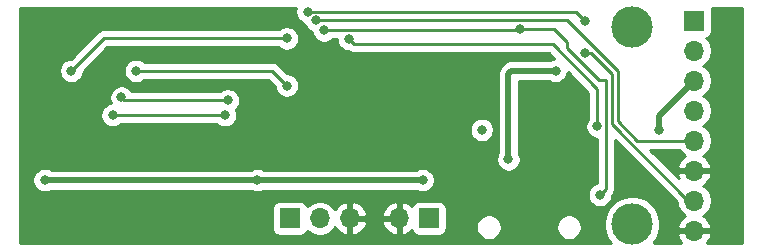
<source format=gbr>
%TF.GenerationSoftware,KiCad,Pcbnew,(5.1.6)-1*%
%TF.CreationDate,2021-08-02T23:36:40+08:00*%
%TF.ProjectId,wireless_measurement_ard,77697265-6c65-4737-935f-6d6561737572,rev?*%
%TF.SameCoordinates,Original*%
%TF.FileFunction,Copper,L2,Bot*%
%TF.FilePolarity,Positive*%
%FSLAX46Y46*%
G04 Gerber Fmt 4.6, Leading zero omitted, Abs format (unit mm)*
G04 Created by KiCad (PCBNEW (5.1.6)-1) date 2021-08-02 23:36:40*
%MOMM*%
%LPD*%
G01*
G04 APERTURE LIST*
%TA.AperFunction,ComponentPad*%
%ADD10O,1.700000X1.700000*%
%TD*%
%TA.AperFunction,ComponentPad*%
%ADD11R,1.700000X1.700000*%
%TD*%
%TA.AperFunction,ComponentPad*%
%ADD12C,3.500000*%
%TD*%
%TA.AperFunction,ViaPad*%
%ADD13C,0.800000*%
%TD*%
%TA.AperFunction,Conductor*%
%ADD14C,0.250000*%
%TD*%
%TA.AperFunction,Conductor*%
%ADD15C,0.500000*%
%TD*%
%TA.AperFunction,Conductor*%
%ADD16C,0.254000*%
%TD*%
G04 APERTURE END LIST*
D10*
%TO.P,EFM8_Prog1,3*%
%TO.N,GND*%
X146080000Y-93500000D03*
%TO.P,EFM8_Prog1,2*%
%TO.N,C2D*%
X143540000Y-93500000D03*
D11*
%TO.P,EFM8_Prog1,1*%
%TO.N,C2CK*%
X141000000Y-93500000D03*
%TD*%
D10*
%TO.P,J1,8*%
%TO.N,GND*%
X175250000Y-94530000D03*
%TO.P,J1,7*%
%TO.N,A3*%
X175250000Y-91990000D03*
%TO.P,J1,6*%
%TO.N,GND*%
X175250000Y-89450000D03*
%TO.P,J1,5*%
%TO.N,A2*%
X175250000Y-86910000D03*
%TO.P,J1,4*%
%TO.N,C2_OUT*%
X175250000Y-84370000D03*
%TO.P,J1,3*%
%TO.N,C2_IN*%
X175250000Y-81830000D03*
%TO.P,J1,2*%
%TO.N,C1_OUT*%
X175250000Y-79290000D03*
D11*
%TO.P,J1,1*%
%TO.N,C1_IN*%
X175250000Y-76750000D03*
%TD*%
D10*
%TO.P,Battery1,2*%
%TO.N,GND*%
X150250000Y-93500000D03*
D11*
%TO.P,Battery1,1*%
%TO.N,BATT*%
X152790000Y-93500000D03*
%TD*%
D12*
%TO.P,H1,1*%
%TO.N,Net-(H1-Pad1)*%
X170000000Y-94000000D03*
%TD*%
%TO.P,H2,1*%
%TO.N,Net-(H2-Pad1)*%
X170000000Y-77250000D03*
%TD*%
D13*
%TO.N,A2*%
X143237347Y-76737347D03*
%TO.N,GND*%
X156500000Y-85000000D03*
X141500000Y-84750000D03*
%TO.N,A3*%
X142500000Y-76000000D03*
X166000000Y-79500000D03*
X166000000Y-76750000D03*
%TO.N,+3V3*%
X120250000Y-90250000D03*
X152250000Y-90250000D03*
X138250000Y-90250000D03*
%TO.N,ARD_RX*%
X135750000Y-83500000D03*
X126750000Y-83250000D03*
%TO.N,A1*%
X143899462Y-77575232D03*
X160500000Y-77500000D03*
X167250000Y-91500000D03*
%TO.N,A0*%
X146000000Y-78300232D03*
X167050000Y-85700000D03*
%TO.N,PWRC*%
X122500000Y-81000000D03*
X140750000Y-78250000D03*
%TO.N,ARD_TX*%
X126000000Y-84750000D03*
X135500000Y-84750000D03*
%TO.N,VIN*%
X159500000Y-88500000D03*
X163500000Y-81000000D03*
%TO.N,C2_IN*%
X172250000Y-86000000D03*
%TO.N,Net-(L1-Pad2)*%
X157250000Y-86000000D03*
%TO.N,STATUS*%
X128000000Y-81000000D03*
X140750000Y-82250000D03*
%TD*%
D14*
%TO.N,A2*%
X164487347Y-76737347D02*
X143237347Y-76737347D01*
X175250000Y-86910000D02*
X170410000Y-86910000D01*
X168762653Y-81012653D02*
X164487347Y-76737347D01*
X168762653Y-85262653D02*
X168762653Y-81012653D01*
X170410000Y-86910000D02*
X168762653Y-85262653D01*
%TO.N,A3*%
X175250000Y-91990000D02*
X174740000Y-91990000D01*
X174740000Y-91990000D02*
X168250000Y-85500000D01*
X168250000Y-85500000D02*
X168250000Y-81250000D01*
X168250000Y-81250000D02*
X166500000Y-79500000D01*
X166500000Y-79500000D02*
X166000000Y-79500000D01*
X165250000Y-76000000D02*
X166000000Y-76750000D01*
X142500000Y-76000000D02*
X165250000Y-76000000D01*
D15*
%TO.N,+3V3*%
X120250000Y-90250000D02*
X138250000Y-90250000D01*
X138250000Y-90250000D02*
X152250000Y-90250000D01*
D14*
%TO.N,ARD_RX*%
X135750000Y-83500000D02*
X127000000Y-83500000D01*
X127000000Y-83500000D02*
X126750000Y-83250000D01*
%TO.N,A1*%
X160424768Y-77575232D02*
X160500000Y-77500000D01*
X143899462Y-77575232D02*
X160424768Y-77575232D01*
X167775001Y-90974999D02*
X167775001Y-81775001D01*
X167250000Y-91500000D02*
X167775001Y-90974999D01*
X167201999Y-81775001D02*
X164500000Y-79073002D01*
X167775001Y-81775001D02*
X167201999Y-81775001D01*
X164500000Y-79073002D02*
X164500000Y-78598332D01*
X163401668Y-77500000D02*
X160500000Y-77500000D01*
X164500000Y-78598332D02*
X163401668Y-77500000D01*
%TO.N,A0*%
X163250000Y-78750000D02*
X146449768Y-78750000D01*
X167050000Y-85700000D02*
X167050000Y-82550000D01*
X146449768Y-78750000D02*
X146000000Y-78300232D01*
X167050000Y-82550000D02*
X163250000Y-78750000D01*
%TO.N,PWRC*%
X122500000Y-81000000D02*
X125250000Y-78250000D01*
X125250000Y-78250000D02*
X140750000Y-78250000D01*
%TO.N,ARD_TX*%
X126000000Y-84750000D02*
X135500000Y-84750000D01*
D15*
%TO.N,VIN*%
X159500000Y-88500000D02*
X159500000Y-81250000D01*
X159500000Y-81250000D02*
X159750000Y-81000000D01*
X159750000Y-81000000D02*
X163500000Y-81000000D01*
%TO.N,C2_IN*%
X172250000Y-84830000D02*
X175250000Y-81830000D01*
X172250000Y-86000000D02*
X172250000Y-84830000D01*
D14*
%TO.N,STATUS*%
X128000000Y-81000000D02*
X139500000Y-81000000D01*
X139500000Y-81000000D02*
X140750000Y-82250000D01*
%TD*%
D16*
%TO.N,GND*%
G36*
X141465000Y-75898061D02*
G01*
X141465000Y-76101939D01*
X141504774Y-76301898D01*
X141582795Y-76490256D01*
X141696063Y-76659774D01*
X141840226Y-76803937D01*
X142009744Y-76917205D01*
X142198102Y-76995226D01*
X142234818Y-77002529D01*
X142242121Y-77039245D01*
X142320142Y-77227603D01*
X142433410Y-77397121D01*
X142577573Y-77541284D01*
X142747091Y-77654552D01*
X142870098Y-77705503D01*
X142904236Y-77877130D01*
X142982257Y-78065488D01*
X143095525Y-78235006D01*
X143239688Y-78379169D01*
X143409206Y-78492437D01*
X143597564Y-78570458D01*
X143797523Y-78610232D01*
X144001401Y-78610232D01*
X144201360Y-78570458D01*
X144389718Y-78492437D01*
X144559236Y-78379169D01*
X144603173Y-78335232D01*
X144965000Y-78335232D01*
X144965000Y-78402171D01*
X145004774Y-78602130D01*
X145082795Y-78790488D01*
X145196063Y-78960006D01*
X145340226Y-79104169D01*
X145509744Y-79217437D01*
X145698102Y-79295458D01*
X145898061Y-79335232D01*
X145964881Y-79335232D01*
X145979628Y-79347334D01*
X146025491Y-79384974D01*
X146121440Y-79436260D01*
X146157521Y-79455546D01*
X146300782Y-79499003D01*
X146412435Y-79510000D01*
X146412445Y-79510000D01*
X146449767Y-79513676D01*
X146487090Y-79510000D01*
X162935199Y-79510000D01*
X163391503Y-79966304D01*
X163198102Y-80004774D01*
X163009744Y-80082795D01*
X162961546Y-80115000D01*
X159793465Y-80115000D01*
X159749999Y-80110719D01*
X159706533Y-80115000D01*
X159706523Y-80115000D01*
X159576510Y-80127805D01*
X159409687Y-80178411D01*
X159255941Y-80260589D01*
X159121183Y-80371183D01*
X159093466Y-80404956D01*
X158904952Y-80593470D01*
X158871184Y-80621183D01*
X158843471Y-80654951D01*
X158843468Y-80654954D01*
X158760590Y-80755941D01*
X158678412Y-80909687D01*
X158627805Y-81076510D01*
X158610719Y-81250000D01*
X158615001Y-81293479D01*
X158615000Y-87961546D01*
X158582795Y-88009744D01*
X158504774Y-88198102D01*
X158465000Y-88398061D01*
X158465000Y-88601939D01*
X158504774Y-88801898D01*
X158582795Y-88990256D01*
X158696063Y-89159774D01*
X158840226Y-89303937D01*
X159009744Y-89417205D01*
X159198102Y-89495226D01*
X159398061Y-89535000D01*
X159601939Y-89535000D01*
X159801898Y-89495226D01*
X159990256Y-89417205D01*
X160159774Y-89303937D01*
X160303937Y-89159774D01*
X160417205Y-88990256D01*
X160495226Y-88801898D01*
X160535000Y-88601939D01*
X160535000Y-88398061D01*
X160495226Y-88198102D01*
X160417205Y-88009744D01*
X160385000Y-87961546D01*
X160385000Y-81885000D01*
X162961546Y-81885000D01*
X163009744Y-81917205D01*
X163198102Y-81995226D01*
X163398061Y-82035000D01*
X163601939Y-82035000D01*
X163801898Y-81995226D01*
X163990256Y-81917205D01*
X164159774Y-81803937D01*
X164303937Y-81659774D01*
X164417205Y-81490256D01*
X164495226Y-81301898D01*
X164533696Y-81108497D01*
X166290001Y-82864803D01*
X166290000Y-84996289D01*
X166246063Y-85040226D01*
X166132795Y-85209744D01*
X166054774Y-85398102D01*
X166015000Y-85598061D01*
X166015000Y-85801939D01*
X166054774Y-86001898D01*
X166132795Y-86190256D01*
X166246063Y-86359774D01*
X166390226Y-86503937D01*
X166559744Y-86617205D01*
X166748102Y-86695226D01*
X166948061Y-86735000D01*
X167015001Y-86735000D01*
X167015001Y-90491467D01*
X166948102Y-90504774D01*
X166759744Y-90582795D01*
X166590226Y-90696063D01*
X166446063Y-90840226D01*
X166332795Y-91009744D01*
X166254774Y-91198102D01*
X166215000Y-91398061D01*
X166215000Y-91601939D01*
X166254774Y-91801898D01*
X166332795Y-91990256D01*
X166446063Y-92159774D01*
X166590226Y-92303937D01*
X166759744Y-92417205D01*
X166948102Y-92495226D01*
X167148061Y-92535000D01*
X167351939Y-92535000D01*
X167551898Y-92495226D01*
X167740256Y-92417205D01*
X167909774Y-92303937D01*
X168053937Y-92159774D01*
X168167205Y-91990256D01*
X168245226Y-91801898D01*
X168285000Y-91601939D01*
X168285000Y-91539802D01*
X168286004Y-91538797D01*
X168315002Y-91515000D01*
X168409975Y-91399275D01*
X168480547Y-91267246D01*
X168524004Y-91123985D01*
X168535001Y-91012332D01*
X168535001Y-91012331D01*
X168538678Y-90974999D01*
X168535001Y-90937666D01*
X168535001Y-86859802D01*
X173765000Y-92089802D01*
X173765000Y-92136260D01*
X173822068Y-92423158D01*
X173934010Y-92693411D01*
X174096525Y-92936632D01*
X174303368Y-93143475D01*
X174485534Y-93265195D01*
X174368645Y-93334822D01*
X174152412Y-93529731D01*
X173978359Y-93763080D01*
X173853175Y-94025901D01*
X173808524Y-94173110D01*
X173929845Y-94403000D01*
X175123000Y-94403000D01*
X175123000Y-94383000D01*
X175377000Y-94383000D01*
X175377000Y-94403000D01*
X176570155Y-94403000D01*
X176691476Y-94173110D01*
X176646825Y-94025901D01*
X176521641Y-93763080D01*
X176347588Y-93529731D01*
X176131355Y-93334822D01*
X176014466Y-93265195D01*
X176196632Y-93143475D01*
X176403475Y-92936632D01*
X176565990Y-92693411D01*
X176677932Y-92423158D01*
X176735000Y-92136260D01*
X176735000Y-91843740D01*
X176677932Y-91556842D01*
X176565990Y-91286589D01*
X176403475Y-91043368D01*
X176196632Y-90836525D01*
X176014466Y-90714805D01*
X176131355Y-90645178D01*
X176347588Y-90450269D01*
X176521641Y-90216920D01*
X176646825Y-89954099D01*
X176691476Y-89806890D01*
X176570155Y-89577000D01*
X175377000Y-89577000D01*
X175377000Y-89597000D01*
X175123000Y-89597000D01*
X175123000Y-89577000D01*
X173929845Y-89577000D01*
X173808524Y-89806890D01*
X173853175Y-89954099D01*
X173920729Y-90095927D01*
X171494801Y-87670000D01*
X173971822Y-87670000D01*
X174096525Y-87856632D01*
X174303368Y-88063475D01*
X174485534Y-88185195D01*
X174368645Y-88254822D01*
X174152412Y-88449731D01*
X173978359Y-88683080D01*
X173853175Y-88945901D01*
X173808524Y-89093110D01*
X173929845Y-89323000D01*
X175123000Y-89323000D01*
X175123000Y-89303000D01*
X175377000Y-89303000D01*
X175377000Y-89323000D01*
X176570155Y-89323000D01*
X176691476Y-89093110D01*
X176646825Y-88945901D01*
X176521641Y-88683080D01*
X176347588Y-88449731D01*
X176131355Y-88254822D01*
X176014466Y-88185195D01*
X176196632Y-88063475D01*
X176403475Y-87856632D01*
X176565990Y-87613411D01*
X176677932Y-87343158D01*
X176735000Y-87056260D01*
X176735000Y-86763740D01*
X176677932Y-86476842D01*
X176565990Y-86206589D01*
X176403475Y-85963368D01*
X176196632Y-85756525D01*
X176022240Y-85640000D01*
X176196632Y-85523475D01*
X176403475Y-85316632D01*
X176565990Y-85073411D01*
X176677932Y-84803158D01*
X176735000Y-84516260D01*
X176735000Y-84223740D01*
X176677932Y-83936842D01*
X176565990Y-83666589D01*
X176403475Y-83423368D01*
X176196632Y-83216525D01*
X176022240Y-83100000D01*
X176196632Y-82983475D01*
X176403475Y-82776632D01*
X176565990Y-82533411D01*
X176677932Y-82263158D01*
X176735000Y-81976260D01*
X176735000Y-81683740D01*
X176677932Y-81396842D01*
X176565990Y-81126589D01*
X176403475Y-80883368D01*
X176196632Y-80676525D01*
X176022240Y-80560000D01*
X176196632Y-80443475D01*
X176403475Y-80236632D01*
X176565990Y-79993411D01*
X176677932Y-79723158D01*
X176735000Y-79436260D01*
X176735000Y-79143740D01*
X176677932Y-78856842D01*
X176565990Y-78586589D01*
X176403475Y-78343368D01*
X176271620Y-78211513D01*
X176344180Y-78189502D01*
X176454494Y-78130537D01*
X176551185Y-78051185D01*
X176630537Y-77954494D01*
X176689502Y-77844180D01*
X176725812Y-77724482D01*
X176738072Y-77600000D01*
X176738072Y-75900000D01*
X176725812Y-75775518D01*
X176705937Y-75710000D01*
X179290000Y-75710000D01*
X179290001Y-95540000D01*
X176336792Y-95540000D01*
X176347588Y-95530269D01*
X176521641Y-95296920D01*
X176646825Y-95034099D01*
X176691476Y-94886890D01*
X176570155Y-94657000D01*
X175377000Y-94657000D01*
X175377000Y-94677000D01*
X175123000Y-94677000D01*
X175123000Y-94657000D01*
X173929845Y-94657000D01*
X173808524Y-94886890D01*
X173853175Y-95034099D01*
X173978359Y-95296920D01*
X174152412Y-95530269D01*
X174163208Y-95540000D01*
X171832899Y-95540000D01*
X171852550Y-95520349D01*
X172113560Y-95129721D01*
X172293346Y-94695679D01*
X172385000Y-94234902D01*
X172385000Y-93765098D01*
X172293346Y-93304321D01*
X172113560Y-92870279D01*
X171852550Y-92479651D01*
X171520349Y-92147450D01*
X171129721Y-91886440D01*
X170695679Y-91706654D01*
X170234902Y-91615000D01*
X169765098Y-91615000D01*
X169304321Y-91706654D01*
X168870279Y-91886440D01*
X168479651Y-92147450D01*
X168147450Y-92479651D01*
X167886440Y-92870279D01*
X167706654Y-93304321D01*
X167615000Y-93765098D01*
X167615000Y-94234902D01*
X167706654Y-94695679D01*
X167886440Y-95129721D01*
X168147450Y-95520349D01*
X168167101Y-95540000D01*
X118127000Y-95540000D01*
X118127000Y-92650000D01*
X139511928Y-92650000D01*
X139511928Y-94350000D01*
X139524188Y-94474482D01*
X139560498Y-94594180D01*
X139619463Y-94704494D01*
X139698815Y-94801185D01*
X139795506Y-94880537D01*
X139905820Y-94939502D01*
X140025518Y-94975812D01*
X140150000Y-94988072D01*
X141850000Y-94988072D01*
X141974482Y-94975812D01*
X142094180Y-94939502D01*
X142204494Y-94880537D01*
X142301185Y-94801185D01*
X142380537Y-94704494D01*
X142439502Y-94594180D01*
X142461513Y-94521620D01*
X142593368Y-94653475D01*
X142836589Y-94815990D01*
X143106842Y-94927932D01*
X143393740Y-94985000D01*
X143686260Y-94985000D01*
X143973158Y-94927932D01*
X144243411Y-94815990D01*
X144486632Y-94653475D01*
X144693475Y-94446632D01*
X144815195Y-94264466D01*
X144884822Y-94381355D01*
X145079731Y-94597588D01*
X145313080Y-94771641D01*
X145575901Y-94896825D01*
X145723110Y-94941476D01*
X145953000Y-94820155D01*
X145953000Y-93627000D01*
X146207000Y-93627000D01*
X146207000Y-94820155D01*
X146436890Y-94941476D01*
X146584099Y-94896825D01*
X146846920Y-94771641D01*
X147080269Y-94597588D01*
X147275178Y-94381355D01*
X147424157Y-94131252D01*
X147521481Y-93856891D01*
X148808519Y-93856891D01*
X148905843Y-94131252D01*
X149054822Y-94381355D01*
X149249731Y-94597588D01*
X149483080Y-94771641D01*
X149745901Y-94896825D01*
X149893110Y-94941476D01*
X150123000Y-94820155D01*
X150123000Y-93627000D01*
X148929186Y-93627000D01*
X148808519Y-93856891D01*
X147521481Y-93856891D01*
X147400814Y-93627000D01*
X146207000Y-93627000D01*
X145953000Y-93627000D01*
X145933000Y-93627000D01*
X145933000Y-93373000D01*
X145953000Y-93373000D01*
X145953000Y-92179845D01*
X146207000Y-92179845D01*
X146207000Y-93373000D01*
X147400814Y-93373000D01*
X147521481Y-93143109D01*
X148808519Y-93143109D01*
X148929186Y-93373000D01*
X150123000Y-93373000D01*
X150123000Y-92179845D01*
X150377000Y-92179845D01*
X150377000Y-93373000D01*
X150397000Y-93373000D01*
X150397000Y-93627000D01*
X150377000Y-93627000D01*
X150377000Y-94820155D01*
X150606890Y-94941476D01*
X150754099Y-94896825D01*
X151016920Y-94771641D01*
X151250269Y-94597588D01*
X151326034Y-94513534D01*
X151350498Y-94594180D01*
X151409463Y-94704494D01*
X151488815Y-94801185D01*
X151585506Y-94880537D01*
X151695820Y-94939502D01*
X151815518Y-94975812D01*
X151940000Y-94988072D01*
X153640000Y-94988072D01*
X153764482Y-94975812D01*
X153884180Y-94939502D01*
X153994494Y-94880537D01*
X154091185Y-94801185D01*
X154170537Y-94704494D01*
X154229502Y-94594180D01*
X154265812Y-94474482D01*
X154278072Y-94350000D01*
X154278072Y-94143137D01*
X156765000Y-94143137D01*
X156765000Y-94356863D01*
X156806696Y-94566483D01*
X156888485Y-94763940D01*
X157007225Y-94941647D01*
X157158353Y-95092775D01*
X157336060Y-95211515D01*
X157533517Y-95293304D01*
X157743137Y-95335000D01*
X157956863Y-95335000D01*
X158166483Y-95293304D01*
X158363940Y-95211515D01*
X158541647Y-95092775D01*
X158692775Y-94941647D01*
X158811515Y-94763940D01*
X158893304Y-94566483D01*
X158935000Y-94356863D01*
X158935000Y-94143137D01*
X163565000Y-94143137D01*
X163565000Y-94356863D01*
X163606696Y-94566483D01*
X163688485Y-94763940D01*
X163807225Y-94941647D01*
X163958353Y-95092775D01*
X164136060Y-95211515D01*
X164333517Y-95293304D01*
X164543137Y-95335000D01*
X164756863Y-95335000D01*
X164966483Y-95293304D01*
X165163940Y-95211515D01*
X165341647Y-95092775D01*
X165492775Y-94941647D01*
X165611515Y-94763940D01*
X165693304Y-94566483D01*
X165735000Y-94356863D01*
X165735000Y-94143137D01*
X165693304Y-93933517D01*
X165611515Y-93736060D01*
X165492775Y-93558353D01*
X165341647Y-93407225D01*
X165163940Y-93288485D01*
X164966483Y-93206696D01*
X164756863Y-93165000D01*
X164543137Y-93165000D01*
X164333517Y-93206696D01*
X164136060Y-93288485D01*
X163958353Y-93407225D01*
X163807225Y-93558353D01*
X163688485Y-93736060D01*
X163606696Y-93933517D01*
X163565000Y-94143137D01*
X158935000Y-94143137D01*
X158893304Y-93933517D01*
X158811515Y-93736060D01*
X158692775Y-93558353D01*
X158541647Y-93407225D01*
X158363940Y-93288485D01*
X158166483Y-93206696D01*
X157956863Y-93165000D01*
X157743137Y-93165000D01*
X157533517Y-93206696D01*
X157336060Y-93288485D01*
X157158353Y-93407225D01*
X157007225Y-93558353D01*
X156888485Y-93736060D01*
X156806696Y-93933517D01*
X156765000Y-94143137D01*
X154278072Y-94143137D01*
X154278072Y-92650000D01*
X154265812Y-92525518D01*
X154229502Y-92405820D01*
X154170537Y-92295506D01*
X154091185Y-92198815D01*
X153994494Y-92119463D01*
X153884180Y-92060498D01*
X153764482Y-92024188D01*
X153640000Y-92011928D01*
X151940000Y-92011928D01*
X151815518Y-92024188D01*
X151695820Y-92060498D01*
X151585506Y-92119463D01*
X151488815Y-92198815D01*
X151409463Y-92295506D01*
X151350498Y-92405820D01*
X151326034Y-92486466D01*
X151250269Y-92402412D01*
X151016920Y-92228359D01*
X150754099Y-92103175D01*
X150606890Y-92058524D01*
X150377000Y-92179845D01*
X150123000Y-92179845D01*
X149893110Y-92058524D01*
X149745901Y-92103175D01*
X149483080Y-92228359D01*
X149249731Y-92402412D01*
X149054822Y-92618645D01*
X148905843Y-92868748D01*
X148808519Y-93143109D01*
X147521481Y-93143109D01*
X147424157Y-92868748D01*
X147275178Y-92618645D01*
X147080269Y-92402412D01*
X146846920Y-92228359D01*
X146584099Y-92103175D01*
X146436890Y-92058524D01*
X146207000Y-92179845D01*
X145953000Y-92179845D01*
X145723110Y-92058524D01*
X145575901Y-92103175D01*
X145313080Y-92228359D01*
X145079731Y-92402412D01*
X144884822Y-92618645D01*
X144815195Y-92735534D01*
X144693475Y-92553368D01*
X144486632Y-92346525D01*
X144243411Y-92184010D01*
X143973158Y-92072068D01*
X143686260Y-92015000D01*
X143393740Y-92015000D01*
X143106842Y-92072068D01*
X142836589Y-92184010D01*
X142593368Y-92346525D01*
X142461513Y-92478380D01*
X142439502Y-92405820D01*
X142380537Y-92295506D01*
X142301185Y-92198815D01*
X142204494Y-92119463D01*
X142094180Y-92060498D01*
X141974482Y-92024188D01*
X141850000Y-92011928D01*
X140150000Y-92011928D01*
X140025518Y-92024188D01*
X139905820Y-92060498D01*
X139795506Y-92119463D01*
X139698815Y-92198815D01*
X139619463Y-92295506D01*
X139560498Y-92405820D01*
X139524188Y-92525518D01*
X139511928Y-92650000D01*
X118127000Y-92650000D01*
X118127000Y-90148061D01*
X119215000Y-90148061D01*
X119215000Y-90351939D01*
X119254774Y-90551898D01*
X119332795Y-90740256D01*
X119446063Y-90909774D01*
X119590226Y-91053937D01*
X119759744Y-91167205D01*
X119948102Y-91245226D01*
X120148061Y-91285000D01*
X120351939Y-91285000D01*
X120551898Y-91245226D01*
X120740256Y-91167205D01*
X120788454Y-91135000D01*
X137711546Y-91135000D01*
X137759744Y-91167205D01*
X137948102Y-91245226D01*
X138148061Y-91285000D01*
X138351939Y-91285000D01*
X138551898Y-91245226D01*
X138740256Y-91167205D01*
X138788454Y-91135000D01*
X151711546Y-91135000D01*
X151759744Y-91167205D01*
X151948102Y-91245226D01*
X152148061Y-91285000D01*
X152351939Y-91285000D01*
X152551898Y-91245226D01*
X152740256Y-91167205D01*
X152909774Y-91053937D01*
X153053937Y-90909774D01*
X153167205Y-90740256D01*
X153245226Y-90551898D01*
X153285000Y-90351939D01*
X153285000Y-90148061D01*
X153245226Y-89948102D01*
X153167205Y-89759744D01*
X153053937Y-89590226D01*
X152909774Y-89446063D01*
X152740256Y-89332795D01*
X152551898Y-89254774D01*
X152351939Y-89215000D01*
X152148061Y-89215000D01*
X151948102Y-89254774D01*
X151759744Y-89332795D01*
X151711546Y-89365000D01*
X138788454Y-89365000D01*
X138740256Y-89332795D01*
X138551898Y-89254774D01*
X138351939Y-89215000D01*
X138148061Y-89215000D01*
X137948102Y-89254774D01*
X137759744Y-89332795D01*
X137711546Y-89365000D01*
X120788454Y-89365000D01*
X120740256Y-89332795D01*
X120551898Y-89254774D01*
X120351939Y-89215000D01*
X120148061Y-89215000D01*
X119948102Y-89254774D01*
X119759744Y-89332795D01*
X119590226Y-89446063D01*
X119446063Y-89590226D01*
X119332795Y-89759744D01*
X119254774Y-89948102D01*
X119215000Y-90148061D01*
X118127000Y-90148061D01*
X118127000Y-85898061D01*
X156215000Y-85898061D01*
X156215000Y-86101939D01*
X156254774Y-86301898D01*
X156332795Y-86490256D01*
X156446063Y-86659774D01*
X156590226Y-86803937D01*
X156759744Y-86917205D01*
X156948102Y-86995226D01*
X157148061Y-87035000D01*
X157351939Y-87035000D01*
X157551898Y-86995226D01*
X157740256Y-86917205D01*
X157909774Y-86803937D01*
X158053937Y-86659774D01*
X158167205Y-86490256D01*
X158245226Y-86301898D01*
X158285000Y-86101939D01*
X158285000Y-85898061D01*
X158245226Y-85698102D01*
X158167205Y-85509744D01*
X158053937Y-85340226D01*
X157909774Y-85196063D01*
X157740256Y-85082795D01*
X157551898Y-85004774D01*
X157351939Y-84965000D01*
X157148061Y-84965000D01*
X156948102Y-85004774D01*
X156759744Y-85082795D01*
X156590226Y-85196063D01*
X156446063Y-85340226D01*
X156332795Y-85509744D01*
X156254774Y-85698102D01*
X156215000Y-85898061D01*
X118127000Y-85898061D01*
X118127000Y-84648061D01*
X124965000Y-84648061D01*
X124965000Y-84851939D01*
X125004774Y-85051898D01*
X125082795Y-85240256D01*
X125196063Y-85409774D01*
X125340226Y-85553937D01*
X125509744Y-85667205D01*
X125698102Y-85745226D01*
X125898061Y-85785000D01*
X126101939Y-85785000D01*
X126301898Y-85745226D01*
X126490256Y-85667205D01*
X126659774Y-85553937D01*
X126703711Y-85510000D01*
X134796289Y-85510000D01*
X134840226Y-85553937D01*
X135009744Y-85667205D01*
X135198102Y-85745226D01*
X135398061Y-85785000D01*
X135601939Y-85785000D01*
X135801898Y-85745226D01*
X135990256Y-85667205D01*
X136159774Y-85553937D01*
X136303937Y-85409774D01*
X136417205Y-85240256D01*
X136495226Y-85051898D01*
X136535000Y-84851939D01*
X136535000Y-84648061D01*
X136495226Y-84448102D01*
X136427972Y-84285739D01*
X136553937Y-84159774D01*
X136667205Y-83990256D01*
X136745226Y-83801898D01*
X136785000Y-83601939D01*
X136785000Y-83398061D01*
X136745226Y-83198102D01*
X136667205Y-83009744D01*
X136553937Y-82840226D01*
X136409774Y-82696063D01*
X136240256Y-82582795D01*
X136051898Y-82504774D01*
X135851939Y-82465000D01*
X135648061Y-82465000D01*
X135448102Y-82504774D01*
X135259744Y-82582795D01*
X135090226Y-82696063D01*
X135046289Y-82740000D01*
X127654013Y-82740000D01*
X127553937Y-82590226D01*
X127409774Y-82446063D01*
X127240256Y-82332795D01*
X127051898Y-82254774D01*
X126851939Y-82215000D01*
X126648061Y-82215000D01*
X126448102Y-82254774D01*
X126259744Y-82332795D01*
X126090226Y-82446063D01*
X125946063Y-82590226D01*
X125832795Y-82759744D01*
X125754774Y-82948102D01*
X125715000Y-83148061D01*
X125715000Y-83351939D01*
X125754774Y-83551898D01*
X125828098Y-83728916D01*
X125698102Y-83754774D01*
X125509744Y-83832795D01*
X125340226Y-83946063D01*
X125196063Y-84090226D01*
X125082795Y-84259744D01*
X125004774Y-84448102D01*
X124965000Y-84648061D01*
X118127000Y-84648061D01*
X118127000Y-80898061D01*
X121465000Y-80898061D01*
X121465000Y-81101939D01*
X121504774Y-81301898D01*
X121582795Y-81490256D01*
X121696063Y-81659774D01*
X121840226Y-81803937D01*
X122009744Y-81917205D01*
X122198102Y-81995226D01*
X122398061Y-82035000D01*
X122601939Y-82035000D01*
X122801898Y-81995226D01*
X122990256Y-81917205D01*
X123159774Y-81803937D01*
X123303937Y-81659774D01*
X123417205Y-81490256D01*
X123495226Y-81301898D01*
X123535000Y-81101939D01*
X123535000Y-81039801D01*
X123676740Y-80898061D01*
X126965000Y-80898061D01*
X126965000Y-81101939D01*
X127004774Y-81301898D01*
X127082795Y-81490256D01*
X127196063Y-81659774D01*
X127340226Y-81803937D01*
X127509744Y-81917205D01*
X127698102Y-81995226D01*
X127898061Y-82035000D01*
X128101939Y-82035000D01*
X128301898Y-81995226D01*
X128490256Y-81917205D01*
X128659774Y-81803937D01*
X128703711Y-81760000D01*
X139185199Y-81760000D01*
X139715000Y-82289802D01*
X139715000Y-82351939D01*
X139754774Y-82551898D01*
X139832795Y-82740256D01*
X139946063Y-82909774D01*
X140090226Y-83053937D01*
X140259744Y-83167205D01*
X140448102Y-83245226D01*
X140648061Y-83285000D01*
X140851939Y-83285000D01*
X141051898Y-83245226D01*
X141240256Y-83167205D01*
X141409774Y-83053937D01*
X141553937Y-82909774D01*
X141667205Y-82740256D01*
X141745226Y-82551898D01*
X141785000Y-82351939D01*
X141785000Y-82148061D01*
X141745226Y-81948102D01*
X141667205Y-81759744D01*
X141553937Y-81590226D01*
X141409774Y-81446063D01*
X141240256Y-81332795D01*
X141051898Y-81254774D01*
X140851939Y-81215000D01*
X140789802Y-81215000D01*
X140063804Y-80489003D01*
X140040001Y-80459999D01*
X139924276Y-80365026D01*
X139792247Y-80294454D01*
X139648986Y-80250997D01*
X139537333Y-80240000D01*
X139537322Y-80240000D01*
X139500000Y-80236324D01*
X139462678Y-80240000D01*
X128703711Y-80240000D01*
X128659774Y-80196063D01*
X128490256Y-80082795D01*
X128301898Y-80004774D01*
X128101939Y-79965000D01*
X127898061Y-79965000D01*
X127698102Y-80004774D01*
X127509744Y-80082795D01*
X127340226Y-80196063D01*
X127196063Y-80340226D01*
X127082795Y-80509744D01*
X127004774Y-80698102D01*
X126965000Y-80898061D01*
X123676740Y-80898061D01*
X125564802Y-79010000D01*
X140046289Y-79010000D01*
X140090226Y-79053937D01*
X140259744Y-79167205D01*
X140448102Y-79245226D01*
X140648061Y-79285000D01*
X140851939Y-79285000D01*
X141051898Y-79245226D01*
X141240256Y-79167205D01*
X141409774Y-79053937D01*
X141553937Y-78909774D01*
X141667205Y-78740256D01*
X141745226Y-78551898D01*
X141785000Y-78351939D01*
X141785000Y-78148061D01*
X141745226Y-77948102D01*
X141667205Y-77759744D01*
X141553937Y-77590226D01*
X141409774Y-77446063D01*
X141240256Y-77332795D01*
X141051898Y-77254774D01*
X140851939Y-77215000D01*
X140648061Y-77215000D01*
X140448102Y-77254774D01*
X140259744Y-77332795D01*
X140090226Y-77446063D01*
X140046289Y-77490000D01*
X125287322Y-77490000D01*
X125249999Y-77486324D01*
X125212676Y-77490000D01*
X125212667Y-77490000D01*
X125101014Y-77500997D01*
X124957753Y-77544454D01*
X124825724Y-77615026D01*
X124709999Y-77709999D01*
X124686201Y-77738997D01*
X122460199Y-79965000D01*
X122398061Y-79965000D01*
X122198102Y-80004774D01*
X122009744Y-80082795D01*
X121840226Y-80196063D01*
X121696063Y-80340226D01*
X121582795Y-80509744D01*
X121504774Y-80698102D01*
X121465000Y-80898061D01*
X118127000Y-80898061D01*
X118127000Y-75710000D01*
X141502407Y-75710000D01*
X141465000Y-75898061D01*
G37*
X141465000Y-75898061D02*
X141465000Y-76101939D01*
X141504774Y-76301898D01*
X141582795Y-76490256D01*
X141696063Y-76659774D01*
X141840226Y-76803937D01*
X142009744Y-76917205D01*
X142198102Y-76995226D01*
X142234818Y-77002529D01*
X142242121Y-77039245D01*
X142320142Y-77227603D01*
X142433410Y-77397121D01*
X142577573Y-77541284D01*
X142747091Y-77654552D01*
X142870098Y-77705503D01*
X142904236Y-77877130D01*
X142982257Y-78065488D01*
X143095525Y-78235006D01*
X143239688Y-78379169D01*
X143409206Y-78492437D01*
X143597564Y-78570458D01*
X143797523Y-78610232D01*
X144001401Y-78610232D01*
X144201360Y-78570458D01*
X144389718Y-78492437D01*
X144559236Y-78379169D01*
X144603173Y-78335232D01*
X144965000Y-78335232D01*
X144965000Y-78402171D01*
X145004774Y-78602130D01*
X145082795Y-78790488D01*
X145196063Y-78960006D01*
X145340226Y-79104169D01*
X145509744Y-79217437D01*
X145698102Y-79295458D01*
X145898061Y-79335232D01*
X145964881Y-79335232D01*
X145979628Y-79347334D01*
X146025491Y-79384974D01*
X146121440Y-79436260D01*
X146157521Y-79455546D01*
X146300782Y-79499003D01*
X146412435Y-79510000D01*
X146412445Y-79510000D01*
X146449767Y-79513676D01*
X146487090Y-79510000D01*
X162935199Y-79510000D01*
X163391503Y-79966304D01*
X163198102Y-80004774D01*
X163009744Y-80082795D01*
X162961546Y-80115000D01*
X159793465Y-80115000D01*
X159749999Y-80110719D01*
X159706533Y-80115000D01*
X159706523Y-80115000D01*
X159576510Y-80127805D01*
X159409687Y-80178411D01*
X159255941Y-80260589D01*
X159121183Y-80371183D01*
X159093466Y-80404956D01*
X158904952Y-80593470D01*
X158871184Y-80621183D01*
X158843471Y-80654951D01*
X158843468Y-80654954D01*
X158760590Y-80755941D01*
X158678412Y-80909687D01*
X158627805Y-81076510D01*
X158610719Y-81250000D01*
X158615001Y-81293479D01*
X158615000Y-87961546D01*
X158582795Y-88009744D01*
X158504774Y-88198102D01*
X158465000Y-88398061D01*
X158465000Y-88601939D01*
X158504774Y-88801898D01*
X158582795Y-88990256D01*
X158696063Y-89159774D01*
X158840226Y-89303937D01*
X159009744Y-89417205D01*
X159198102Y-89495226D01*
X159398061Y-89535000D01*
X159601939Y-89535000D01*
X159801898Y-89495226D01*
X159990256Y-89417205D01*
X160159774Y-89303937D01*
X160303937Y-89159774D01*
X160417205Y-88990256D01*
X160495226Y-88801898D01*
X160535000Y-88601939D01*
X160535000Y-88398061D01*
X160495226Y-88198102D01*
X160417205Y-88009744D01*
X160385000Y-87961546D01*
X160385000Y-81885000D01*
X162961546Y-81885000D01*
X163009744Y-81917205D01*
X163198102Y-81995226D01*
X163398061Y-82035000D01*
X163601939Y-82035000D01*
X163801898Y-81995226D01*
X163990256Y-81917205D01*
X164159774Y-81803937D01*
X164303937Y-81659774D01*
X164417205Y-81490256D01*
X164495226Y-81301898D01*
X164533696Y-81108497D01*
X166290001Y-82864803D01*
X166290000Y-84996289D01*
X166246063Y-85040226D01*
X166132795Y-85209744D01*
X166054774Y-85398102D01*
X166015000Y-85598061D01*
X166015000Y-85801939D01*
X166054774Y-86001898D01*
X166132795Y-86190256D01*
X166246063Y-86359774D01*
X166390226Y-86503937D01*
X166559744Y-86617205D01*
X166748102Y-86695226D01*
X166948061Y-86735000D01*
X167015001Y-86735000D01*
X167015001Y-90491467D01*
X166948102Y-90504774D01*
X166759744Y-90582795D01*
X166590226Y-90696063D01*
X166446063Y-90840226D01*
X166332795Y-91009744D01*
X166254774Y-91198102D01*
X166215000Y-91398061D01*
X166215000Y-91601939D01*
X166254774Y-91801898D01*
X166332795Y-91990256D01*
X166446063Y-92159774D01*
X166590226Y-92303937D01*
X166759744Y-92417205D01*
X166948102Y-92495226D01*
X167148061Y-92535000D01*
X167351939Y-92535000D01*
X167551898Y-92495226D01*
X167740256Y-92417205D01*
X167909774Y-92303937D01*
X168053937Y-92159774D01*
X168167205Y-91990256D01*
X168245226Y-91801898D01*
X168285000Y-91601939D01*
X168285000Y-91539802D01*
X168286004Y-91538797D01*
X168315002Y-91515000D01*
X168409975Y-91399275D01*
X168480547Y-91267246D01*
X168524004Y-91123985D01*
X168535001Y-91012332D01*
X168535001Y-91012331D01*
X168538678Y-90974999D01*
X168535001Y-90937666D01*
X168535001Y-86859802D01*
X173765000Y-92089802D01*
X173765000Y-92136260D01*
X173822068Y-92423158D01*
X173934010Y-92693411D01*
X174096525Y-92936632D01*
X174303368Y-93143475D01*
X174485534Y-93265195D01*
X174368645Y-93334822D01*
X174152412Y-93529731D01*
X173978359Y-93763080D01*
X173853175Y-94025901D01*
X173808524Y-94173110D01*
X173929845Y-94403000D01*
X175123000Y-94403000D01*
X175123000Y-94383000D01*
X175377000Y-94383000D01*
X175377000Y-94403000D01*
X176570155Y-94403000D01*
X176691476Y-94173110D01*
X176646825Y-94025901D01*
X176521641Y-93763080D01*
X176347588Y-93529731D01*
X176131355Y-93334822D01*
X176014466Y-93265195D01*
X176196632Y-93143475D01*
X176403475Y-92936632D01*
X176565990Y-92693411D01*
X176677932Y-92423158D01*
X176735000Y-92136260D01*
X176735000Y-91843740D01*
X176677932Y-91556842D01*
X176565990Y-91286589D01*
X176403475Y-91043368D01*
X176196632Y-90836525D01*
X176014466Y-90714805D01*
X176131355Y-90645178D01*
X176347588Y-90450269D01*
X176521641Y-90216920D01*
X176646825Y-89954099D01*
X176691476Y-89806890D01*
X176570155Y-89577000D01*
X175377000Y-89577000D01*
X175377000Y-89597000D01*
X175123000Y-89597000D01*
X175123000Y-89577000D01*
X173929845Y-89577000D01*
X173808524Y-89806890D01*
X173853175Y-89954099D01*
X173920729Y-90095927D01*
X171494801Y-87670000D01*
X173971822Y-87670000D01*
X174096525Y-87856632D01*
X174303368Y-88063475D01*
X174485534Y-88185195D01*
X174368645Y-88254822D01*
X174152412Y-88449731D01*
X173978359Y-88683080D01*
X173853175Y-88945901D01*
X173808524Y-89093110D01*
X173929845Y-89323000D01*
X175123000Y-89323000D01*
X175123000Y-89303000D01*
X175377000Y-89303000D01*
X175377000Y-89323000D01*
X176570155Y-89323000D01*
X176691476Y-89093110D01*
X176646825Y-88945901D01*
X176521641Y-88683080D01*
X176347588Y-88449731D01*
X176131355Y-88254822D01*
X176014466Y-88185195D01*
X176196632Y-88063475D01*
X176403475Y-87856632D01*
X176565990Y-87613411D01*
X176677932Y-87343158D01*
X176735000Y-87056260D01*
X176735000Y-86763740D01*
X176677932Y-86476842D01*
X176565990Y-86206589D01*
X176403475Y-85963368D01*
X176196632Y-85756525D01*
X176022240Y-85640000D01*
X176196632Y-85523475D01*
X176403475Y-85316632D01*
X176565990Y-85073411D01*
X176677932Y-84803158D01*
X176735000Y-84516260D01*
X176735000Y-84223740D01*
X176677932Y-83936842D01*
X176565990Y-83666589D01*
X176403475Y-83423368D01*
X176196632Y-83216525D01*
X176022240Y-83100000D01*
X176196632Y-82983475D01*
X176403475Y-82776632D01*
X176565990Y-82533411D01*
X176677932Y-82263158D01*
X176735000Y-81976260D01*
X176735000Y-81683740D01*
X176677932Y-81396842D01*
X176565990Y-81126589D01*
X176403475Y-80883368D01*
X176196632Y-80676525D01*
X176022240Y-80560000D01*
X176196632Y-80443475D01*
X176403475Y-80236632D01*
X176565990Y-79993411D01*
X176677932Y-79723158D01*
X176735000Y-79436260D01*
X176735000Y-79143740D01*
X176677932Y-78856842D01*
X176565990Y-78586589D01*
X176403475Y-78343368D01*
X176271620Y-78211513D01*
X176344180Y-78189502D01*
X176454494Y-78130537D01*
X176551185Y-78051185D01*
X176630537Y-77954494D01*
X176689502Y-77844180D01*
X176725812Y-77724482D01*
X176738072Y-77600000D01*
X176738072Y-75900000D01*
X176725812Y-75775518D01*
X176705937Y-75710000D01*
X179290000Y-75710000D01*
X179290001Y-95540000D01*
X176336792Y-95540000D01*
X176347588Y-95530269D01*
X176521641Y-95296920D01*
X176646825Y-95034099D01*
X176691476Y-94886890D01*
X176570155Y-94657000D01*
X175377000Y-94657000D01*
X175377000Y-94677000D01*
X175123000Y-94677000D01*
X175123000Y-94657000D01*
X173929845Y-94657000D01*
X173808524Y-94886890D01*
X173853175Y-95034099D01*
X173978359Y-95296920D01*
X174152412Y-95530269D01*
X174163208Y-95540000D01*
X171832899Y-95540000D01*
X171852550Y-95520349D01*
X172113560Y-95129721D01*
X172293346Y-94695679D01*
X172385000Y-94234902D01*
X172385000Y-93765098D01*
X172293346Y-93304321D01*
X172113560Y-92870279D01*
X171852550Y-92479651D01*
X171520349Y-92147450D01*
X171129721Y-91886440D01*
X170695679Y-91706654D01*
X170234902Y-91615000D01*
X169765098Y-91615000D01*
X169304321Y-91706654D01*
X168870279Y-91886440D01*
X168479651Y-92147450D01*
X168147450Y-92479651D01*
X167886440Y-92870279D01*
X167706654Y-93304321D01*
X167615000Y-93765098D01*
X167615000Y-94234902D01*
X167706654Y-94695679D01*
X167886440Y-95129721D01*
X168147450Y-95520349D01*
X168167101Y-95540000D01*
X118127000Y-95540000D01*
X118127000Y-92650000D01*
X139511928Y-92650000D01*
X139511928Y-94350000D01*
X139524188Y-94474482D01*
X139560498Y-94594180D01*
X139619463Y-94704494D01*
X139698815Y-94801185D01*
X139795506Y-94880537D01*
X139905820Y-94939502D01*
X140025518Y-94975812D01*
X140150000Y-94988072D01*
X141850000Y-94988072D01*
X141974482Y-94975812D01*
X142094180Y-94939502D01*
X142204494Y-94880537D01*
X142301185Y-94801185D01*
X142380537Y-94704494D01*
X142439502Y-94594180D01*
X142461513Y-94521620D01*
X142593368Y-94653475D01*
X142836589Y-94815990D01*
X143106842Y-94927932D01*
X143393740Y-94985000D01*
X143686260Y-94985000D01*
X143973158Y-94927932D01*
X144243411Y-94815990D01*
X144486632Y-94653475D01*
X144693475Y-94446632D01*
X144815195Y-94264466D01*
X144884822Y-94381355D01*
X145079731Y-94597588D01*
X145313080Y-94771641D01*
X145575901Y-94896825D01*
X145723110Y-94941476D01*
X145953000Y-94820155D01*
X145953000Y-93627000D01*
X146207000Y-93627000D01*
X146207000Y-94820155D01*
X146436890Y-94941476D01*
X146584099Y-94896825D01*
X146846920Y-94771641D01*
X147080269Y-94597588D01*
X147275178Y-94381355D01*
X147424157Y-94131252D01*
X147521481Y-93856891D01*
X148808519Y-93856891D01*
X148905843Y-94131252D01*
X149054822Y-94381355D01*
X149249731Y-94597588D01*
X149483080Y-94771641D01*
X149745901Y-94896825D01*
X149893110Y-94941476D01*
X150123000Y-94820155D01*
X150123000Y-93627000D01*
X148929186Y-93627000D01*
X148808519Y-93856891D01*
X147521481Y-93856891D01*
X147400814Y-93627000D01*
X146207000Y-93627000D01*
X145953000Y-93627000D01*
X145933000Y-93627000D01*
X145933000Y-93373000D01*
X145953000Y-93373000D01*
X145953000Y-92179845D01*
X146207000Y-92179845D01*
X146207000Y-93373000D01*
X147400814Y-93373000D01*
X147521481Y-93143109D01*
X148808519Y-93143109D01*
X148929186Y-93373000D01*
X150123000Y-93373000D01*
X150123000Y-92179845D01*
X150377000Y-92179845D01*
X150377000Y-93373000D01*
X150397000Y-93373000D01*
X150397000Y-93627000D01*
X150377000Y-93627000D01*
X150377000Y-94820155D01*
X150606890Y-94941476D01*
X150754099Y-94896825D01*
X151016920Y-94771641D01*
X151250269Y-94597588D01*
X151326034Y-94513534D01*
X151350498Y-94594180D01*
X151409463Y-94704494D01*
X151488815Y-94801185D01*
X151585506Y-94880537D01*
X151695820Y-94939502D01*
X151815518Y-94975812D01*
X151940000Y-94988072D01*
X153640000Y-94988072D01*
X153764482Y-94975812D01*
X153884180Y-94939502D01*
X153994494Y-94880537D01*
X154091185Y-94801185D01*
X154170537Y-94704494D01*
X154229502Y-94594180D01*
X154265812Y-94474482D01*
X154278072Y-94350000D01*
X154278072Y-94143137D01*
X156765000Y-94143137D01*
X156765000Y-94356863D01*
X156806696Y-94566483D01*
X156888485Y-94763940D01*
X157007225Y-94941647D01*
X157158353Y-95092775D01*
X157336060Y-95211515D01*
X157533517Y-95293304D01*
X157743137Y-95335000D01*
X157956863Y-95335000D01*
X158166483Y-95293304D01*
X158363940Y-95211515D01*
X158541647Y-95092775D01*
X158692775Y-94941647D01*
X158811515Y-94763940D01*
X158893304Y-94566483D01*
X158935000Y-94356863D01*
X158935000Y-94143137D01*
X163565000Y-94143137D01*
X163565000Y-94356863D01*
X163606696Y-94566483D01*
X163688485Y-94763940D01*
X163807225Y-94941647D01*
X163958353Y-95092775D01*
X164136060Y-95211515D01*
X164333517Y-95293304D01*
X164543137Y-95335000D01*
X164756863Y-95335000D01*
X164966483Y-95293304D01*
X165163940Y-95211515D01*
X165341647Y-95092775D01*
X165492775Y-94941647D01*
X165611515Y-94763940D01*
X165693304Y-94566483D01*
X165735000Y-94356863D01*
X165735000Y-94143137D01*
X165693304Y-93933517D01*
X165611515Y-93736060D01*
X165492775Y-93558353D01*
X165341647Y-93407225D01*
X165163940Y-93288485D01*
X164966483Y-93206696D01*
X164756863Y-93165000D01*
X164543137Y-93165000D01*
X164333517Y-93206696D01*
X164136060Y-93288485D01*
X163958353Y-93407225D01*
X163807225Y-93558353D01*
X163688485Y-93736060D01*
X163606696Y-93933517D01*
X163565000Y-94143137D01*
X158935000Y-94143137D01*
X158893304Y-93933517D01*
X158811515Y-93736060D01*
X158692775Y-93558353D01*
X158541647Y-93407225D01*
X158363940Y-93288485D01*
X158166483Y-93206696D01*
X157956863Y-93165000D01*
X157743137Y-93165000D01*
X157533517Y-93206696D01*
X157336060Y-93288485D01*
X157158353Y-93407225D01*
X157007225Y-93558353D01*
X156888485Y-93736060D01*
X156806696Y-93933517D01*
X156765000Y-94143137D01*
X154278072Y-94143137D01*
X154278072Y-92650000D01*
X154265812Y-92525518D01*
X154229502Y-92405820D01*
X154170537Y-92295506D01*
X154091185Y-92198815D01*
X153994494Y-92119463D01*
X153884180Y-92060498D01*
X153764482Y-92024188D01*
X153640000Y-92011928D01*
X151940000Y-92011928D01*
X151815518Y-92024188D01*
X151695820Y-92060498D01*
X151585506Y-92119463D01*
X151488815Y-92198815D01*
X151409463Y-92295506D01*
X151350498Y-92405820D01*
X151326034Y-92486466D01*
X151250269Y-92402412D01*
X151016920Y-92228359D01*
X150754099Y-92103175D01*
X150606890Y-92058524D01*
X150377000Y-92179845D01*
X150123000Y-92179845D01*
X149893110Y-92058524D01*
X149745901Y-92103175D01*
X149483080Y-92228359D01*
X149249731Y-92402412D01*
X149054822Y-92618645D01*
X148905843Y-92868748D01*
X148808519Y-93143109D01*
X147521481Y-93143109D01*
X147424157Y-92868748D01*
X147275178Y-92618645D01*
X147080269Y-92402412D01*
X146846920Y-92228359D01*
X146584099Y-92103175D01*
X146436890Y-92058524D01*
X146207000Y-92179845D01*
X145953000Y-92179845D01*
X145723110Y-92058524D01*
X145575901Y-92103175D01*
X145313080Y-92228359D01*
X145079731Y-92402412D01*
X144884822Y-92618645D01*
X144815195Y-92735534D01*
X144693475Y-92553368D01*
X144486632Y-92346525D01*
X144243411Y-92184010D01*
X143973158Y-92072068D01*
X143686260Y-92015000D01*
X143393740Y-92015000D01*
X143106842Y-92072068D01*
X142836589Y-92184010D01*
X142593368Y-92346525D01*
X142461513Y-92478380D01*
X142439502Y-92405820D01*
X142380537Y-92295506D01*
X142301185Y-92198815D01*
X142204494Y-92119463D01*
X142094180Y-92060498D01*
X141974482Y-92024188D01*
X141850000Y-92011928D01*
X140150000Y-92011928D01*
X140025518Y-92024188D01*
X139905820Y-92060498D01*
X139795506Y-92119463D01*
X139698815Y-92198815D01*
X139619463Y-92295506D01*
X139560498Y-92405820D01*
X139524188Y-92525518D01*
X139511928Y-92650000D01*
X118127000Y-92650000D01*
X118127000Y-90148061D01*
X119215000Y-90148061D01*
X119215000Y-90351939D01*
X119254774Y-90551898D01*
X119332795Y-90740256D01*
X119446063Y-90909774D01*
X119590226Y-91053937D01*
X119759744Y-91167205D01*
X119948102Y-91245226D01*
X120148061Y-91285000D01*
X120351939Y-91285000D01*
X120551898Y-91245226D01*
X120740256Y-91167205D01*
X120788454Y-91135000D01*
X137711546Y-91135000D01*
X137759744Y-91167205D01*
X137948102Y-91245226D01*
X138148061Y-91285000D01*
X138351939Y-91285000D01*
X138551898Y-91245226D01*
X138740256Y-91167205D01*
X138788454Y-91135000D01*
X151711546Y-91135000D01*
X151759744Y-91167205D01*
X151948102Y-91245226D01*
X152148061Y-91285000D01*
X152351939Y-91285000D01*
X152551898Y-91245226D01*
X152740256Y-91167205D01*
X152909774Y-91053937D01*
X153053937Y-90909774D01*
X153167205Y-90740256D01*
X153245226Y-90551898D01*
X153285000Y-90351939D01*
X153285000Y-90148061D01*
X153245226Y-89948102D01*
X153167205Y-89759744D01*
X153053937Y-89590226D01*
X152909774Y-89446063D01*
X152740256Y-89332795D01*
X152551898Y-89254774D01*
X152351939Y-89215000D01*
X152148061Y-89215000D01*
X151948102Y-89254774D01*
X151759744Y-89332795D01*
X151711546Y-89365000D01*
X138788454Y-89365000D01*
X138740256Y-89332795D01*
X138551898Y-89254774D01*
X138351939Y-89215000D01*
X138148061Y-89215000D01*
X137948102Y-89254774D01*
X137759744Y-89332795D01*
X137711546Y-89365000D01*
X120788454Y-89365000D01*
X120740256Y-89332795D01*
X120551898Y-89254774D01*
X120351939Y-89215000D01*
X120148061Y-89215000D01*
X119948102Y-89254774D01*
X119759744Y-89332795D01*
X119590226Y-89446063D01*
X119446063Y-89590226D01*
X119332795Y-89759744D01*
X119254774Y-89948102D01*
X119215000Y-90148061D01*
X118127000Y-90148061D01*
X118127000Y-85898061D01*
X156215000Y-85898061D01*
X156215000Y-86101939D01*
X156254774Y-86301898D01*
X156332795Y-86490256D01*
X156446063Y-86659774D01*
X156590226Y-86803937D01*
X156759744Y-86917205D01*
X156948102Y-86995226D01*
X157148061Y-87035000D01*
X157351939Y-87035000D01*
X157551898Y-86995226D01*
X157740256Y-86917205D01*
X157909774Y-86803937D01*
X158053937Y-86659774D01*
X158167205Y-86490256D01*
X158245226Y-86301898D01*
X158285000Y-86101939D01*
X158285000Y-85898061D01*
X158245226Y-85698102D01*
X158167205Y-85509744D01*
X158053937Y-85340226D01*
X157909774Y-85196063D01*
X157740256Y-85082795D01*
X157551898Y-85004774D01*
X157351939Y-84965000D01*
X157148061Y-84965000D01*
X156948102Y-85004774D01*
X156759744Y-85082795D01*
X156590226Y-85196063D01*
X156446063Y-85340226D01*
X156332795Y-85509744D01*
X156254774Y-85698102D01*
X156215000Y-85898061D01*
X118127000Y-85898061D01*
X118127000Y-84648061D01*
X124965000Y-84648061D01*
X124965000Y-84851939D01*
X125004774Y-85051898D01*
X125082795Y-85240256D01*
X125196063Y-85409774D01*
X125340226Y-85553937D01*
X125509744Y-85667205D01*
X125698102Y-85745226D01*
X125898061Y-85785000D01*
X126101939Y-85785000D01*
X126301898Y-85745226D01*
X126490256Y-85667205D01*
X126659774Y-85553937D01*
X126703711Y-85510000D01*
X134796289Y-85510000D01*
X134840226Y-85553937D01*
X135009744Y-85667205D01*
X135198102Y-85745226D01*
X135398061Y-85785000D01*
X135601939Y-85785000D01*
X135801898Y-85745226D01*
X135990256Y-85667205D01*
X136159774Y-85553937D01*
X136303937Y-85409774D01*
X136417205Y-85240256D01*
X136495226Y-85051898D01*
X136535000Y-84851939D01*
X136535000Y-84648061D01*
X136495226Y-84448102D01*
X136427972Y-84285739D01*
X136553937Y-84159774D01*
X136667205Y-83990256D01*
X136745226Y-83801898D01*
X136785000Y-83601939D01*
X136785000Y-83398061D01*
X136745226Y-83198102D01*
X136667205Y-83009744D01*
X136553937Y-82840226D01*
X136409774Y-82696063D01*
X136240256Y-82582795D01*
X136051898Y-82504774D01*
X135851939Y-82465000D01*
X135648061Y-82465000D01*
X135448102Y-82504774D01*
X135259744Y-82582795D01*
X135090226Y-82696063D01*
X135046289Y-82740000D01*
X127654013Y-82740000D01*
X127553937Y-82590226D01*
X127409774Y-82446063D01*
X127240256Y-82332795D01*
X127051898Y-82254774D01*
X126851939Y-82215000D01*
X126648061Y-82215000D01*
X126448102Y-82254774D01*
X126259744Y-82332795D01*
X126090226Y-82446063D01*
X125946063Y-82590226D01*
X125832795Y-82759744D01*
X125754774Y-82948102D01*
X125715000Y-83148061D01*
X125715000Y-83351939D01*
X125754774Y-83551898D01*
X125828098Y-83728916D01*
X125698102Y-83754774D01*
X125509744Y-83832795D01*
X125340226Y-83946063D01*
X125196063Y-84090226D01*
X125082795Y-84259744D01*
X125004774Y-84448102D01*
X124965000Y-84648061D01*
X118127000Y-84648061D01*
X118127000Y-80898061D01*
X121465000Y-80898061D01*
X121465000Y-81101939D01*
X121504774Y-81301898D01*
X121582795Y-81490256D01*
X121696063Y-81659774D01*
X121840226Y-81803937D01*
X122009744Y-81917205D01*
X122198102Y-81995226D01*
X122398061Y-82035000D01*
X122601939Y-82035000D01*
X122801898Y-81995226D01*
X122990256Y-81917205D01*
X123159774Y-81803937D01*
X123303937Y-81659774D01*
X123417205Y-81490256D01*
X123495226Y-81301898D01*
X123535000Y-81101939D01*
X123535000Y-81039801D01*
X123676740Y-80898061D01*
X126965000Y-80898061D01*
X126965000Y-81101939D01*
X127004774Y-81301898D01*
X127082795Y-81490256D01*
X127196063Y-81659774D01*
X127340226Y-81803937D01*
X127509744Y-81917205D01*
X127698102Y-81995226D01*
X127898061Y-82035000D01*
X128101939Y-82035000D01*
X128301898Y-81995226D01*
X128490256Y-81917205D01*
X128659774Y-81803937D01*
X128703711Y-81760000D01*
X139185199Y-81760000D01*
X139715000Y-82289802D01*
X139715000Y-82351939D01*
X139754774Y-82551898D01*
X139832795Y-82740256D01*
X139946063Y-82909774D01*
X140090226Y-83053937D01*
X140259744Y-83167205D01*
X140448102Y-83245226D01*
X140648061Y-83285000D01*
X140851939Y-83285000D01*
X141051898Y-83245226D01*
X141240256Y-83167205D01*
X141409774Y-83053937D01*
X141553937Y-82909774D01*
X141667205Y-82740256D01*
X141745226Y-82551898D01*
X141785000Y-82351939D01*
X141785000Y-82148061D01*
X141745226Y-81948102D01*
X141667205Y-81759744D01*
X141553937Y-81590226D01*
X141409774Y-81446063D01*
X141240256Y-81332795D01*
X141051898Y-81254774D01*
X140851939Y-81215000D01*
X140789802Y-81215000D01*
X140063804Y-80489003D01*
X140040001Y-80459999D01*
X139924276Y-80365026D01*
X139792247Y-80294454D01*
X139648986Y-80250997D01*
X139537333Y-80240000D01*
X139537322Y-80240000D01*
X139500000Y-80236324D01*
X139462678Y-80240000D01*
X128703711Y-80240000D01*
X128659774Y-80196063D01*
X128490256Y-80082795D01*
X128301898Y-80004774D01*
X128101939Y-79965000D01*
X127898061Y-79965000D01*
X127698102Y-80004774D01*
X127509744Y-80082795D01*
X127340226Y-80196063D01*
X127196063Y-80340226D01*
X127082795Y-80509744D01*
X127004774Y-80698102D01*
X126965000Y-80898061D01*
X123676740Y-80898061D01*
X125564802Y-79010000D01*
X140046289Y-79010000D01*
X140090226Y-79053937D01*
X140259744Y-79167205D01*
X140448102Y-79245226D01*
X140648061Y-79285000D01*
X140851939Y-79285000D01*
X141051898Y-79245226D01*
X141240256Y-79167205D01*
X141409774Y-79053937D01*
X141553937Y-78909774D01*
X141667205Y-78740256D01*
X141745226Y-78551898D01*
X141785000Y-78351939D01*
X141785000Y-78148061D01*
X141745226Y-77948102D01*
X141667205Y-77759744D01*
X141553937Y-77590226D01*
X141409774Y-77446063D01*
X141240256Y-77332795D01*
X141051898Y-77254774D01*
X140851939Y-77215000D01*
X140648061Y-77215000D01*
X140448102Y-77254774D01*
X140259744Y-77332795D01*
X140090226Y-77446063D01*
X140046289Y-77490000D01*
X125287322Y-77490000D01*
X125249999Y-77486324D01*
X125212676Y-77490000D01*
X125212667Y-77490000D01*
X125101014Y-77500997D01*
X124957753Y-77544454D01*
X124825724Y-77615026D01*
X124709999Y-77709999D01*
X124686201Y-77738997D01*
X122460199Y-79965000D01*
X122398061Y-79965000D01*
X122198102Y-80004774D01*
X122009744Y-80082795D01*
X121840226Y-80196063D01*
X121696063Y-80340226D01*
X121582795Y-80509744D01*
X121504774Y-80698102D01*
X121465000Y-80898061D01*
X118127000Y-80898061D01*
X118127000Y-75710000D01*
X141502407Y-75710000D01*
X141465000Y-75898061D01*
%TD*%
M02*

</source>
